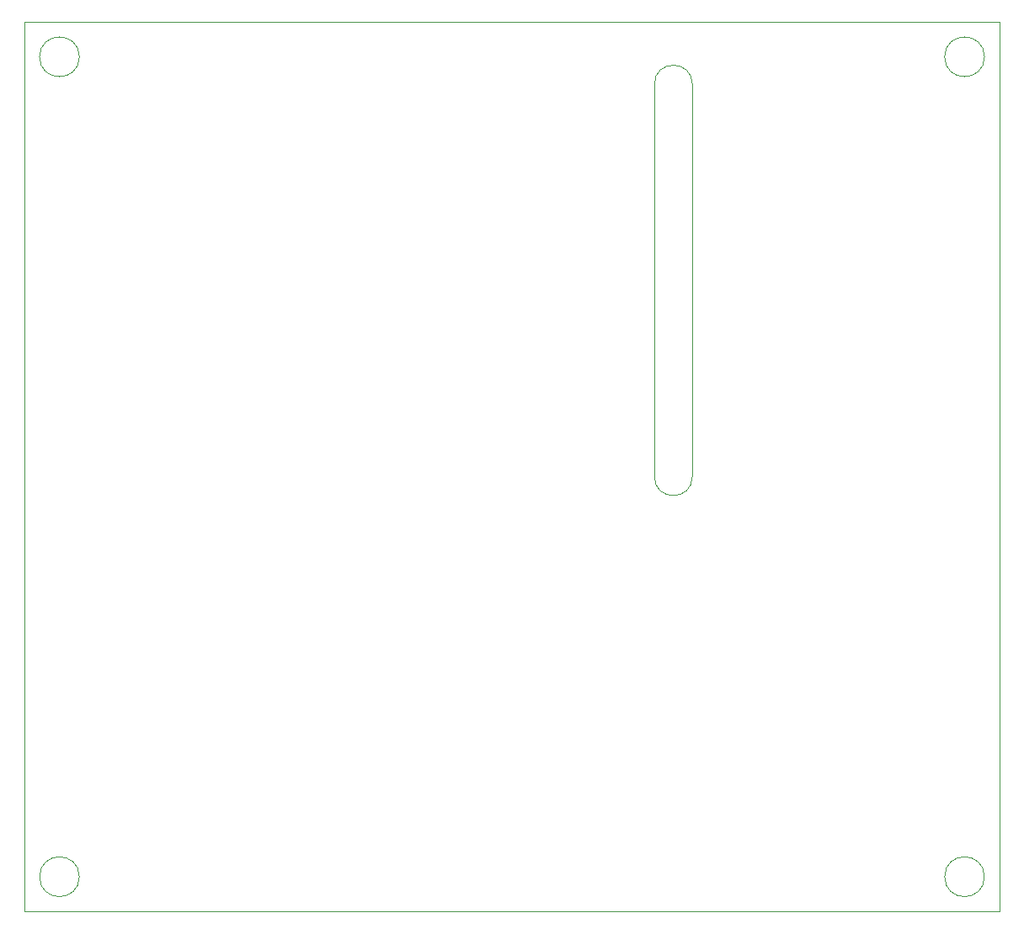
<source format=gbr>
%TF.GenerationSoftware,KiCad,Pcbnew,6.0.7*%
%TF.CreationDate,2022-09-29T13:58:53+02:00*%
%TF.ProjectId,HP_device,48505f64-6576-4696-9365-2e6b69636164,rev?*%
%TF.SameCoordinates,Original*%
%TF.FileFunction,Profile,NP*%
%FSLAX46Y46*%
G04 Gerber Fmt 4.6, Leading zero omitted, Abs format (unit mm)*
G04 Created by KiCad (PCBNEW 6.0.7) date 2022-09-29 13:58:53*
%MOMM*%
%LPD*%
G01*
G04 APERTURE LIST*
%TA.AperFunction,Profile*%
%ADD10C,0.050000*%
%TD*%
G04 APERTURE END LIST*
D10*
X20500000Y-17500000D02*
X118500000Y-17500000D01*
X118500000Y-17500000D02*
X118500000Y-107000000D01*
X118500000Y-107000000D02*
X20500000Y-107000000D01*
X20500000Y-107000000D02*
X20500000Y-17500000D01*
X117000000Y-103500000D02*
G75*
G03*
X117000000Y-103500000I-2000000J0D01*
G01*
X26000000Y-103500000D02*
G75*
G03*
X26000000Y-103500000I-2000000J0D01*
G01*
X26000000Y-21000000D02*
G75*
G03*
X26000000Y-21000000I-2000000J0D01*
G01*
X117000000Y-21000000D02*
G75*
G03*
X117000000Y-21000000I-2000000J0D01*
G01*
X83820000Y-23749000D02*
X83820000Y-63246000D01*
X87630000Y-63246000D02*
X87630000Y-23749000D01*
X83820000Y-63246000D02*
G75*
G03*
X87630000Y-63246000I1905000J0D01*
G01*
X87630000Y-23749000D02*
G75*
G03*
X83820000Y-23749000I-1905000J0D01*
G01*
M02*

</source>
